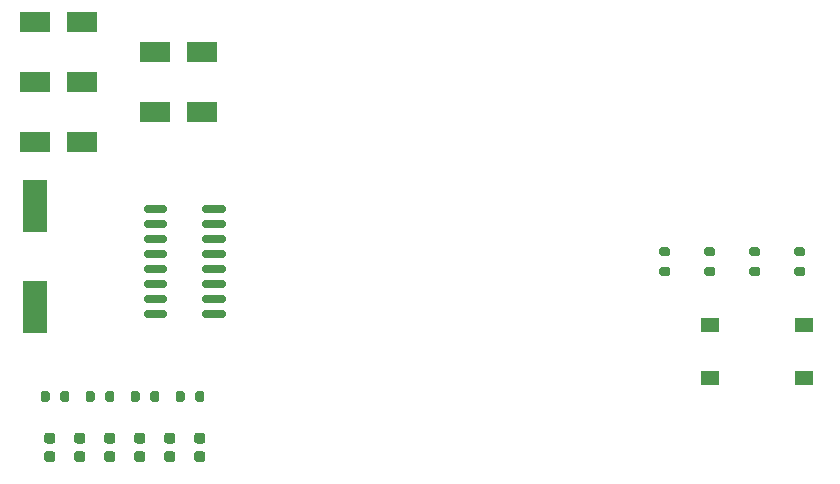
<source format=gbr>
%TF.GenerationSoftware,KiCad,Pcbnew,(5.1.10)-1*%
%TF.CreationDate,2021-08-08T16:35:33+01:00*%
%TF.ProjectId,flowcontrol-v0.1,666c6f77-636f-46e7-9472-6f6c2d76302e,rev?*%
%TF.SameCoordinates,Original*%
%TF.FileFunction,Paste,Top*%
%TF.FilePolarity,Positive*%
%FSLAX46Y46*%
G04 Gerber Fmt 4.6, Leading zero omitted, Abs format (unit mm)*
G04 Created by KiCad (PCBNEW (5.1.10)-1) date 2021-08-08 16:35:33*
%MOMM*%
%LPD*%
G01*
G04 APERTURE LIST*
%ADD10R,1.550000X1.300000*%
%ADD11R,2.000000X4.500000*%
%ADD12R,2.500000X1.800000*%
G04 APERTURE END LIST*
D10*
%TO.C,SW1*%
X167970000Y-107660000D03*
X167970000Y-103160000D03*
X160020000Y-103160000D03*
X160020000Y-107660000D03*
%TD*%
%TO.C,R8*%
G36*
G01*
X114790000Y-109495000D02*
X114790000Y-108945000D01*
G75*
G02*
X114990000Y-108745000I200000J0D01*
G01*
X115390000Y-108745000D01*
G75*
G02*
X115590000Y-108945000I0J-200000D01*
G01*
X115590000Y-109495000D01*
G75*
G02*
X115390000Y-109695000I-200000J0D01*
G01*
X114990000Y-109695000D01*
G75*
G02*
X114790000Y-109495000I0J200000D01*
G01*
G37*
G36*
G01*
X116440000Y-109495000D02*
X116440000Y-108945000D01*
G75*
G02*
X116640000Y-108745000I200000J0D01*
G01*
X117040000Y-108745000D01*
G75*
G02*
X117240000Y-108945000I0J-200000D01*
G01*
X117240000Y-109495000D01*
G75*
G02*
X117040000Y-109695000I-200000J0D01*
G01*
X116640000Y-109695000D01*
G75*
G02*
X116440000Y-109495000I0J200000D01*
G01*
G37*
%TD*%
%TO.C,U2*%
G36*
G01*
X112120000Y-93495000D02*
X112120000Y-93195000D01*
G75*
G02*
X112270000Y-93045000I150000J0D01*
G01*
X113920000Y-93045000D01*
G75*
G02*
X114070000Y-93195000I0J-150000D01*
G01*
X114070000Y-93495000D01*
G75*
G02*
X113920000Y-93645000I-150000J0D01*
G01*
X112270000Y-93645000D01*
G75*
G02*
X112120000Y-93495000I0J150000D01*
G01*
G37*
G36*
G01*
X112120000Y-94765000D02*
X112120000Y-94465000D01*
G75*
G02*
X112270000Y-94315000I150000J0D01*
G01*
X113920000Y-94315000D01*
G75*
G02*
X114070000Y-94465000I0J-150000D01*
G01*
X114070000Y-94765000D01*
G75*
G02*
X113920000Y-94915000I-150000J0D01*
G01*
X112270000Y-94915000D01*
G75*
G02*
X112120000Y-94765000I0J150000D01*
G01*
G37*
G36*
G01*
X112120000Y-96035000D02*
X112120000Y-95735000D01*
G75*
G02*
X112270000Y-95585000I150000J0D01*
G01*
X113920000Y-95585000D01*
G75*
G02*
X114070000Y-95735000I0J-150000D01*
G01*
X114070000Y-96035000D01*
G75*
G02*
X113920000Y-96185000I-150000J0D01*
G01*
X112270000Y-96185000D01*
G75*
G02*
X112120000Y-96035000I0J150000D01*
G01*
G37*
G36*
G01*
X112120000Y-97305000D02*
X112120000Y-97005000D01*
G75*
G02*
X112270000Y-96855000I150000J0D01*
G01*
X113920000Y-96855000D01*
G75*
G02*
X114070000Y-97005000I0J-150000D01*
G01*
X114070000Y-97305000D01*
G75*
G02*
X113920000Y-97455000I-150000J0D01*
G01*
X112270000Y-97455000D01*
G75*
G02*
X112120000Y-97305000I0J150000D01*
G01*
G37*
G36*
G01*
X112120000Y-98575000D02*
X112120000Y-98275000D01*
G75*
G02*
X112270000Y-98125000I150000J0D01*
G01*
X113920000Y-98125000D01*
G75*
G02*
X114070000Y-98275000I0J-150000D01*
G01*
X114070000Y-98575000D01*
G75*
G02*
X113920000Y-98725000I-150000J0D01*
G01*
X112270000Y-98725000D01*
G75*
G02*
X112120000Y-98575000I0J150000D01*
G01*
G37*
G36*
G01*
X112120000Y-99845000D02*
X112120000Y-99545000D01*
G75*
G02*
X112270000Y-99395000I150000J0D01*
G01*
X113920000Y-99395000D01*
G75*
G02*
X114070000Y-99545000I0J-150000D01*
G01*
X114070000Y-99845000D01*
G75*
G02*
X113920000Y-99995000I-150000J0D01*
G01*
X112270000Y-99995000D01*
G75*
G02*
X112120000Y-99845000I0J150000D01*
G01*
G37*
G36*
G01*
X112120000Y-101115000D02*
X112120000Y-100815000D01*
G75*
G02*
X112270000Y-100665000I150000J0D01*
G01*
X113920000Y-100665000D01*
G75*
G02*
X114070000Y-100815000I0J-150000D01*
G01*
X114070000Y-101115000D01*
G75*
G02*
X113920000Y-101265000I-150000J0D01*
G01*
X112270000Y-101265000D01*
G75*
G02*
X112120000Y-101115000I0J150000D01*
G01*
G37*
G36*
G01*
X112120000Y-102385000D02*
X112120000Y-102085000D01*
G75*
G02*
X112270000Y-101935000I150000J0D01*
G01*
X113920000Y-101935000D01*
G75*
G02*
X114070000Y-102085000I0J-150000D01*
G01*
X114070000Y-102385000D01*
G75*
G02*
X113920000Y-102535000I-150000J0D01*
G01*
X112270000Y-102535000D01*
G75*
G02*
X112120000Y-102385000I0J150000D01*
G01*
G37*
G36*
G01*
X117070000Y-102385000D02*
X117070000Y-102085000D01*
G75*
G02*
X117220000Y-101935000I150000J0D01*
G01*
X118870000Y-101935000D01*
G75*
G02*
X119020000Y-102085000I0J-150000D01*
G01*
X119020000Y-102385000D01*
G75*
G02*
X118870000Y-102535000I-150000J0D01*
G01*
X117220000Y-102535000D01*
G75*
G02*
X117070000Y-102385000I0J150000D01*
G01*
G37*
G36*
G01*
X117070000Y-101115000D02*
X117070000Y-100815000D01*
G75*
G02*
X117220000Y-100665000I150000J0D01*
G01*
X118870000Y-100665000D01*
G75*
G02*
X119020000Y-100815000I0J-150000D01*
G01*
X119020000Y-101115000D01*
G75*
G02*
X118870000Y-101265000I-150000J0D01*
G01*
X117220000Y-101265000D01*
G75*
G02*
X117070000Y-101115000I0J150000D01*
G01*
G37*
G36*
G01*
X117070000Y-99845000D02*
X117070000Y-99545000D01*
G75*
G02*
X117220000Y-99395000I150000J0D01*
G01*
X118870000Y-99395000D01*
G75*
G02*
X119020000Y-99545000I0J-150000D01*
G01*
X119020000Y-99845000D01*
G75*
G02*
X118870000Y-99995000I-150000J0D01*
G01*
X117220000Y-99995000D01*
G75*
G02*
X117070000Y-99845000I0J150000D01*
G01*
G37*
G36*
G01*
X117070000Y-98575000D02*
X117070000Y-98275000D01*
G75*
G02*
X117220000Y-98125000I150000J0D01*
G01*
X118870000Y-98125000D01*
G75*
G02*
X119020000Y-98275000I0J-150000D01*
G01*
X119020000Y-98575000D01*
G75*
G02*
X118870000Y-98725000I-150000J0D01*
G01*
X117220000Y-98725000D01*
G75*
G02*
X117070000Y-98575000I0J150000D01*
G01*
G37*
G36*
G01*
X117070000Y-97305000D02*
X117070000Y-97005000D01*
G75*
G02*
X117220000Y-96855000I150000J0D01*
G01*
X118870000Y-96855000D01*
G75*
G02*
X119020000Y-97005000I0J-150000D01*
G01*
X119020000Y-97305000D01*
G75*
G02*
X118870000Y-97455000I-150000J0D01*
G01*
X117220000Y-97455000D01*
G75*
G02*
X117070000Y-97305000I0J150000D01*
G01*
G37*
G36*
G01*
X117070000Y-96035000D02*
X117070000Y-95735000D01*
G75*
G02*
X117220000Y-95585000I150000J0D01*
G01*
X118870000Y-95585000D01*
G75*
G02*
X119020000Y-95735000I0J-150000D01*
G01*
X119020000Y-96035000D01*
G75*
G02*
X118870000Y-96185000I-150000J0D01*
G01*
X117220000Y-96185000D01*
G75*
G02*
X117070000Y-96035000I0J150000D01*
G01*
G37*
G36*
G01*
X117070000Y-94765000D02*
X117070000Y-94465000D01*
G75*
G02*
X117220000Y-94315000I150000J0D01*
G01*
X118870000Y-94315000D01*
G75*
G02*
X119020000Y-94465000I0J-150000D01*
G01*
X119020000Y-94765000D01*
G75*
G02*
X118870000Y-94915000I-150000J0D01*
G01*
X117220000Y-94915000D01*
G75*
G02*
X117070000Y-94765000I0J150000D01*
G01*
G37*
G36*
G01*
X117070000Y-93495000D02*
X117070000Y-93195000D01*
G75*
G02*
X117220000Y-93045000I150000J0D01*
G01*
X118870000Y-93045000D01*
G75*
G02*
X119020000Y-93195000I0J-150000D01*
G01*
X119020000Y-93495000D01*
G75*
G02*
X118870000Y-93645000I-150000J0D01*
G01*
X117220000Y-93645000D01*
G75*
G02*
X117070000Y-93495000I0J150000D01*
G01*
G37*
%TD*%
D11*
%TO.C,Y1*%
X102870000Y-101600000D03*
X102870000Y-93100000D03*
%TD*%
%TO.C,R1*%
G36*
G01*
X155935000Y-96565000D02*
X156485000Y-96565000D01*
G75*
G02*
X156685000Y-96765000I0J-200000D01*
G01*
X156685000Y-97165000D01*
G75*
G02*
X156485000Y-97365000I-200000J0D01*
G01*
X155935000Y-97365000D01*
G75*
G02*
X155735000Y-97165000I0J200000D01*
G01*
X155735000Y-96765000D01*
G75*
G02*
X155935000Y-96565000I200000J0D01*
G01*
G37*
G36*
G01*
X155935000Y-98215000D02*
X156485000Y-98215000D01*
G75*
G02*
X156685000Y-98415000I0J-200000D01*
G01*
X156685000Y-98815000D01*
G75*
G02*
X156485000Y-99015000I-200000J0D01*
G01*
X155935000Y-99015000D01*
G75*
G02*
X155735000Y-98815000I0J200000D01*
G01*
X155735000Y-98415000D01*
G75*
G02*
X155935000Y-98215000I200000J0D01*
G01*
G37*
%TD*%
D12*
%TO.C,D4*%
X117030000Y-80010000D03*
X113030000Y-80010000D03*
%TD*%
%TO.C,R3*%
G36*
G01*
X163555000Y-96565000D02*
X164105000Y-96565000D01*
G75*
G02*
X164305000Y-96765000I0J-200000D01*
G01*
X164305000Y-97165000D01*
G75*
G02*
X164105000Y-97365000I-200000J0D01*
G01*
X163555000Y-97365000D01*
G75*
G02*
X163355000Y-97165000I0J200000D01*
G01*
X163355000Y-96765000D01*
G75*
G02*
X163555000Y-96565000I200000J0D01*
G01*
G37*
G36*
G01*
X163555000Y-98215000D02*
X164105000Y-98215000D01*
G75*
G02*
X164305000Y-98415000I0J-200000D01*
G01*
X164305000Y-98815000D01*
G75*
G02*
X164105000Y-99015000I-200000J0D01*
G01*
X163555000Y-99015000D01*
G75*
G02*
X163355000Y-98815000I0J200000D01*
G01*
X163355000Y-98415000D01*
G75*
G02*
X163555000Y-98215000I200000J0D01*
G01*
G37*
%TD*%
%TO.C,D5*%
X113030000Y-85090000D03*
X117030000Y-85090000D03*
%TD*%
%TO.C,D3*%
X102870000Y-87630000D03*
X106870000Y-87630000D03*
%TD*%
%TO.C,D1*%
X102870000Y-77470000D03*
X106870000Y-77470000D03*
%TD*%
%TO.C,D2*%
X106870000Y-82550000D03*
X102870000Y-82550000D03*
%TD*%
%TO.C,R4*%
G36*
G01*
X167365000Y-98215000D02*
X167915000Y-98215000D01*
G75*
G02*
X168115000Y-98415000I0J-200000D01*
G01*
X168115000Y-98815000D01*
G75*
G02*
X167915000Y-99015000I-200000J0D01*
G01*
X167365000Y-99015000D01*
G75*
G02*
X167165000Y-98815000I0J200000D01*
G01*
X167165000Y-98415000D01*
G75*
G02*
X167365000Y-98215000I200000J0D01*
G01*
G37*
G36*
G01*
X167365000Y-96565000D02*
X167915000Y-96565000D01*
G75*
G02*
X168115000Y-96765000I0J-200000D01*
G01*
X168115000Y-97165000D01*
G75*
G02*
X167915000Y-97365000I-200000J0D01*
G01*
X167365000Y-97365000D01*
G75*
G02*
X167165000Y-97165000I0J200000D01*
G01*
X167165000Y-96765000D01*
G75*
G02*
X167365000Y-96565000I200000J0D01*
G01*
G37*
%TD*%
%TO.C,R5*%
G36*
G01*
X105010000Y-109495000D02*
X105010000Y-108945000D01*
G75*
G02*
X105210000Y-108745000I200000J0D01*
G01*
X105610000Y-108745000D01*
G75*
G02*
X105810000Y-108945000I0J-200000D01*
G01*
X105810000Y-109495000D01*
G75*
G02*
X105610000Y-109695000I-200000J0D01*
G01*
X105210000Y-109695000D01*
G75*
G02*
X105010000Y-109495000I0J200000D01*
G01*
G37*
G36*
G01*
X103360000Y-109495000D02*
X103360000Y-108945000D01*
G75*
G02*
X103560000Y-108745000I200000J0D01*
G01*
X103960000Y-108745000D01*
G75*
G02*
X104160000Y-108945000I0J-200000D01*
G01*
X104160000Y-109495000D01*
G75*
G02*
X103960000Y-109695000I-200000J0D01*
G01*
X103560000Y-109695000D01*
G75*
G02*
X103360000Y-109495000I0J200000D01*
G01*
G37*
%TD*%
%TO.C,R7*%
G36*
G01*
X112630000Y-109495000D02*
X112630000Y-108945000D01*
G75*
G02*
X112830000Y-108745000I200000J0D01*
G01*
X113230000Y-108745000D01*
G75*
G02*
X113430000Y-108945000I0J-200000D01*
G01*
X113430000Y-109495000D01*
G75*
G02*
X113230000Y-109695000I-200000J0D01*
G01*
X112830000Y-109695000D01*
G75*
G02*
X112630000Y-109495000I0J200000D01*
G01*
G37*
G36*
G01*
X110980000Y-109495000D02*
X110980000Y-108945000D01*
G75*
G02*
X111180000Y-108745000I200000J0D01*
G01*
X111580000Y-108745000D01*
G75*
G02*
X111780000Y-108945000I0J-200000D01*
G01*
X111780000Y-109495000D01*
G75*
G02*
X111580000Y-109695000I-200000J0D01*
G01*
X111180000Y-109695000D01*
G75*
G02*
X110980000Y-109495000I0J200000D01*
G01*
G37*
%TD*%
%TO.C,R2*%
G36*
G01*
X159745000Y-98215000D02*
X160295000Y-98215000D01*
G75*
G02*
X160495000Y-98415000I0J-200000D01*
G01*
X160495000Y-98815000D01*
G75*
G02*
X160295000Y-99015000I-200000J0D01*
G01*
X159745000Y-99015000D01*
G75*
G02*
X159545000Y-98815000I0J200000D01*
G01*
X159545000Y-98415000D01*
G75*
G02*
X159745000Y-98215000I200000J0D01*
G01*
G37*
G36*
G01*
X159745000Y-96565000D02*
X160295000Y-96565000D01*
G75*
G02*
X160495000Y-96765000I0J-200000D01*
G01*
X160495000Y-97165000D01*
G75*
G02*
X160295000Y-97365000I-200000J0D01*
G01*
X159745000Y-97365000D01*
G75*
G02*
X159545000Y-97165000I0J200000D01*
G01*
X159545000Y-96765000D01*
G75*
G02*
X159745000Y-96565000I200000J0D01*
G01*
G37*
%TD*%
%TO.C,R6*%
G36*
G01*
X107170000Y-109495000D02*
X107170000Y-108945000D01*
G75*
G02*
X107370000Y-108745000I200000J0D01*
G01*
X107770000Y-108745000D01*
G75*
G02*
X107970000Y-108945000I0J-200000D01*
G01*
X107970000Y-109495000D01*
G75*
G02*
X107770000Y-109695000I-200000J0D01*
G01*
X107370000Y-109695000D01*
G75*
G02*
X107170000Y-109495000I0J200000D01*
G01*
G37*
G36*
G01*
X108820000Y-109495000D02*
X108820000Y-108945000D01*
G75*
G02*
X109020000Y-108745000I200000J0D01*
G01*
X109420000Y-108745000D01*
G75*
G02*
X109620000Y-108945000I0J-200000D01*
G01*
X109620000Y-109495000D01*
G75*
G02*
X109420000Y-109695000I-200000J0D01*
G01*
X109020000Y-109695000D01*
G75*
G02*
X108820000Y-109495000I0J200000D01*
G01*
G37*
%TD*%
%TO.C,C3*%
G36*
G01*
X109470000Y-114750000D02*
X108970000Y-114750000D01*
G75*
G02*
X108745000Y-114525000I0J225000D01*
G01*
X108745000Y-114075000D01*
G75*
G02*
X108970000Y-113850000I225000J0D01*
G01*
X109470000Y-113850000D01*
G75*
G02*
X109695000Y-114075000I0J-225000D01*
G01*
X109695000Y-114525000D01*
G75*
G02*
X109470000Y-114750000I-225000J0D01*
G01*
G37*
G36*
G01*
X109470000Y-113200000D02*
X108970000Y-113200000D01*
G75*
G02*
X108745000Y-112975000I0J225000D01*
G01*
X108745000Y-112525000D01*
G75*
G02*
X108970000Y-112300000I225000J0D01*
G01*
X109470000Y-112300000D01*
G75*
G02*
X109695000Y-112525000I0J-225000D01*
G01*
X109695000Y-112975000D01*
G75*
G02*
X109470000Y-113200000I-225000J0D01*
G01*
G37*
%TD*%
%TO.C,C6*%
G36*
G01*
X117090000Y-114750000D02*
X116590000Y-114750000D01*
G75*
G02*
X116365000Y-114525000I0J225000D01*
G01*
X116365000Y-114075000D01*
G75*
G02*
X116590000Y-113850000I225000J0D01*
G01*
X117090000Y-113850000D01*
G75*
G02*
X117315000Y-114075000I0J-225000D01*
G01*
X117315000Y-114525000D01*
G75*
G02*
X117090000Y-114750000I-225000J0D01*
G01*
G37*
G36*
G01*
X117090000Y-113200000D02*
X116590000Y-113200000D01*
G75*
G02*
X116365000Y-112975000I0J225000D01*
G01*
X116365000Y-112525000D01*
G75*
G02*
X116590000Y-112300000I225000J0D01*
G01*
X117090000Y-112300000D01*
G75*
G02*
X117315000Y-112525000I0J-225000D01*
G01*
X117315000Y-112975000D01*
G75*
G02*
X117090000Y-113200000I-225000J0D01*
G01*
G37*
%TD*%
%TO.C,C4*%
G36*
G01*
X112010000Y-114750000D02*
X111510000Y-114750000D01*
G75*
G02*
X111285000Y-114525000I0J225000D01*
G01*
X111285000Y-114075000D01*
G75*
G02*
X111510000Y-113850000I225000J0D01*
G01*
X112010000Y-113850000D01*
G75*
G02*
X112235000Y-114075000I0J-225000D01*
G01*
X112235000Y-114525000D01*
G75*
G02*
X112010000Y-114750000I-225000J0D01*
G01*
G37*
G36*
G01*
X112010000Y-113200000D02*
X111510000Y-113200000D01*
G75*
G02*
X111285000Y-112975000I0J225000D01*
G01*
X111285000Y-112525000D01*
G75*
G02*
X111510000Y-112300000I225000J0D01*
G01*
X112010000Y-112300000D01*
G75*
G02*
X112235000Y-112525000I0J-225000D01*
G01*
X112235000Y-112975000D01*
G75*
G02*
X112010000Y-113200000I-225000J0D01*
G01*
G37*
%TD*%
%TO.C,C1*%
G36*
G01*
X104390000Y-114750000D02*
X103890000Y-114750000D01*
G75*
G02*
X103665000Y-114525000I0J225000D01*
G01*
X103665000Y-114075000D01*
G75*
G02*
X103890000Y-113850000I225000J0D01*
G01*
X104390000Y-113850000D01*
G75*
G02*
X104615000Y-114075000I0J-225000D01*
G01*
X104615000Y-114525000D01*
G75*
G02*
X104390000Y-114750000I-225000J0D01*
G01*
G37*
G36*
G01*
X104390000Y-113200000D02*
X103890000Y-113200000D01*
G75*
G02*
X103665000Y-112975000I0J225000D01*
G01*
X103665000Y-112525000D01*
G75*
G02*
X103890000Y-112300000I225000J0D01*
G01*
X104390000Y-112300000D01*
G75*
G02*
X104615000Y-112525000I0J-225000D01*
G01*
X104615000Y-112975000D01*
G75*
G02*
X104390000Y-113200000I-225000J0D01*
G01*
G37*
%TD*%
%TO.C,C2*%
G36*
G01*
X106930000Y-113200000D02*
X106430000Y-113200000D01*
G75*
G02*
X106205000Y-112975000I0J225000D01*
G01*
X106205000Y-112525000D01*
G75*
G02*
X106430000Y-112300000I225000J0D01*
G01*
X106930000Y-112300000D01*
G75*
G02*
X107155000Y-112525000I0J-225000D01*
G01*
X107155000Y-112975000D01*
G75*
G02*
X106930000Y-113200000I-225000J0D01*
G01*
G37*
G36*
G01*
X106930000Y-114750000D02*
X106430000Y-114750000D01*
G75*
G02*
X106205000Y-114525000I0J225000D01*
G01*
X106205000Y-114075000D01*
G75*
G02*
X106430000Y-113850000I225000J0D01*
G01*
X106930000Y-113850000D01*
G75*
G02*
X107155000Y-114075000I0J-225000D01*
G01*
X107155000Y-114525000D01*
G75*
G02*
X106930000Y-114750000I-225000J0D01*
G01*
G37*
%TD*%
%TO.C,C5*%
G36*
G01*
X114550000Y-113200000D02*
X114050000Y-113200000D01*
G75*
G02*
X113825000Y-112975000I0J225000D01*
G01*
X113825000Y-112525000D01*
G75*
G02*
X114050000Y-112300000I225000J0D01*
G01*
X114550000Y-112300000D01*
G75*
G02*
X114775000Y-112525000I0J-225000D01*
G01*
X114775000Y-112975000D01*
G75*
G02*
X114550000Y-113200000I-225000J0D01*
G01*
G37*
G36*
G01*
X114550000Y-114750000D02*
X114050000Y-114750000D01*
G75*
G02*
X113825000Y-114525000I0J225000D01*
G01*
X113825000Y-114075000D01*
G75*
G02*
X114050000Y-113850000I225000J0D01*
G01*
X114550000Y-113850000D01*
G75*
G02*
X114775000Y-114075000I0J-225000D01*
G01*
X114775000Y-114525000D01*
G75*
G02*
X114550000Y-114750000I-225000J0D01*
G01*
G37*
%TD*%
M02*

</source>
